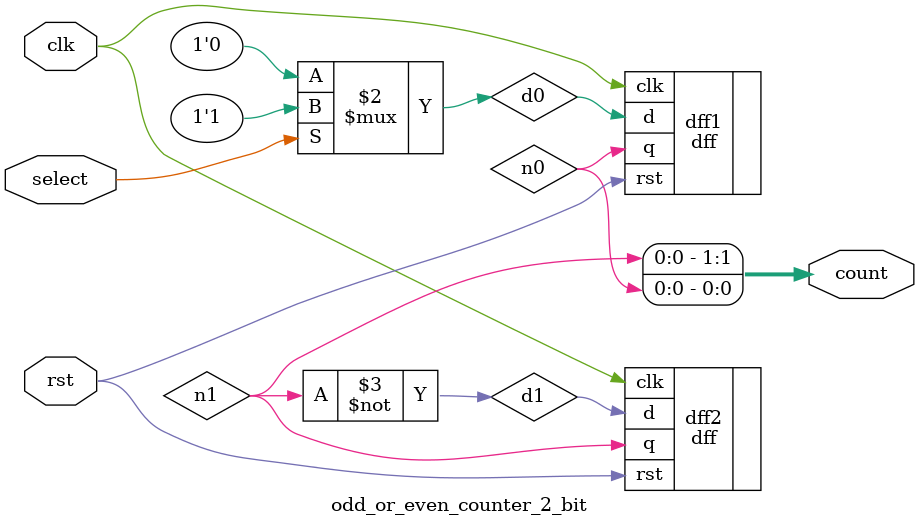
<source format=v>
`timescale 1ns / 1ps

module odd_or_even_counter_2_bit( input clk,rst,select,
                                    output [1:0] count
                                    );
wire d0,d1;
wire n0,n1;

assign count = {n1,n0};

assign d0 = (select == 1)?1'd1:1'd0; // if select = 1- odd else even
assign d1 = ~n1;

dff dff1(.d(d0), .clk(clk), .rst(rst), .q(n0));
dff dff2(.d(d1), .clk(clk), .rst(rst), .q(n1));


endmodule
</source>
